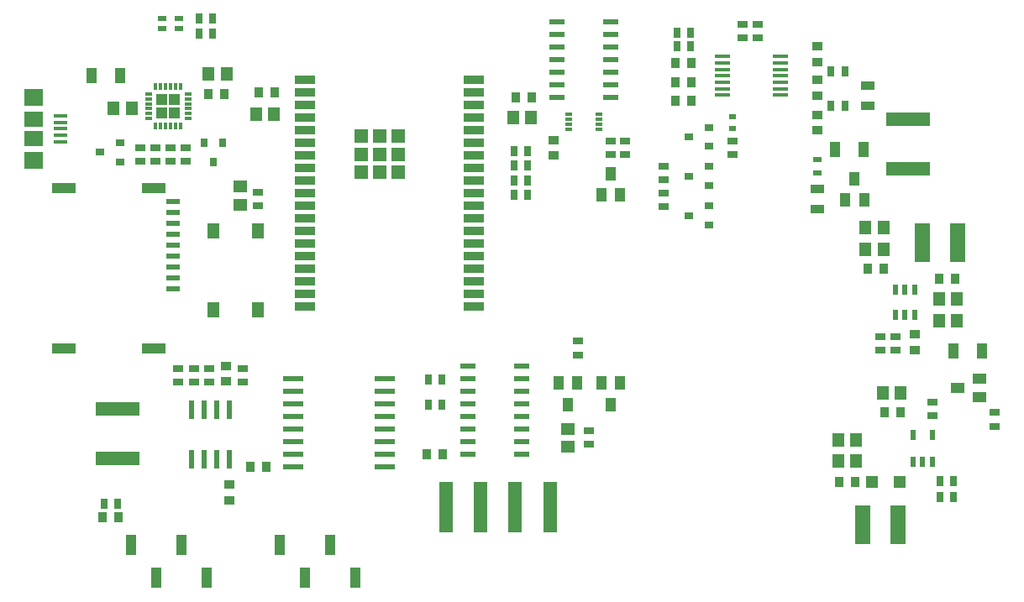
<source format=gbr>
G04 #@! TF.GenerationSoftware,KiCad,Pcbnew,(6.0.0-rc1-255-gd64ae52042)*
G04 #@! TF.CreationDate,2021-12-16T13:03:02+13:00*
G04 #@! TF.ProjectId,main_board,6d61696e-5f62-46f6-9172-642e6b696361,rev?*
G04 #@! TF.SameCoordinates,Original*
G04 #@! TF.FileFunction,Paste,Top*
G04 #@! TF.FilePolarity,Positive*
%FSLAX46Y46*%
G04 Gerber Fmt 4.6, Leading zero omitted, Abs format (unit mm)*
G04 Created by KiCad (PCBNEW (6.0.0-rc1-255-gd64ae52042)) date 2021-12-16 13:03:02*
%MOMM*%
%LPD*%
G01*
G04 APERTURE LIST*
%ADD10C,0.000000*%
%ADD11R,4.500000X1.400000*%
%ADD12R,1.150000X1.450000*%
%ADD13R,0.990000X0.720000*%
%ADD14R,1.000000X1.500000*%
%ADD15R,0.950000X1.000000*%
%ADD16R,0.720000X0.990000*%
%ADD17R,0.900000X0.800000*%
%ADD18R,1.550000X0.600000*%
%ADD19R,1.500000X0.450000*%
%ADD20R,1.000000X1.400000*%
%ADD21R,0.800000X0.900000*%
%ADD22R,1.450000X1.150000*%
%ADD23R,1.200000X1.200000*%
%ADD24R,0.900000X0.500000*%
%ADD25R,0.570000X1.970000*%
%ADD26R,1.000000X2.000000*%
%ADD27R,1.000000X0.950000*%
%ADD28R,0.750000X0.300000*%
%ADD29R,0.300000X0.750000*%
%ADD30R,0.600000X1.100000*%
%ADD31R,1.500000X4.000000*%
%ADD32R,0.800000X0.300000*%
%ADD33R,1.400000X1.000000*%
%ADD34R,1.400000X0.620000*%
%ADD35R,2.400000X1.100000*%
%ADD36R,1.450000X0.950000*%
%ADD37R,1.300000X1.550000*%
%ADD38R,2.000000X0.600000*%
%ADD39R,1.400000X5.100000*%
%ADD40R,1.330000X1.330000*%
%ADD41R,2.000000X0.900000*%
%ADD42R,0.700000X0.600000*%
%ADD43R,1.350000X0.400000*%
%ADD44R,1.900000X1.500000*%
%ADD45R,1.900000X1.800000*%
%ADD46R,0.850900X0.508000*%
G04 APERTURE END LIST*
D10*
G36*
X103389185Y-64526653D02*
G01*
X102289187Y-64526653D01*
X102289187Y-63426651D01*
X103389185Y-63426651D01*
X103389185Y-64526653D01*
G37*
G36*
X103389202Y-65826597D02*
G01*
X102289201Y-65826597D01*
X102289201Y-64726597D01*
X103389202Y-64726597D01*
X103389202Y-65826597D01*
G37*
G36*
X102089200Y-64526600D02*
G01*
X100989200Y-64526600D01*
X100989200Y-63426600D01*
X102089200Y-63426600D01*
X102089200Y-64526600D01*
G37*
G36*
X102089202Y-65826600D02*
G01*
X100989202Y-65826600D01*
X100989202Y-64726599D01*
X102089202Y-64726599D01*
X102089202Y-65826600D01*
G37*
D11*
G04 #@! TO.C,J300*
X176762600Y-70929400D03*
X176762600Y-65929400D03*
G04 #@! TD*
G04 #@! TO.C,J400*
X97062600Y-95129400D03*
X97062600Y-100129400D03*
G04 #@! TD*
D12*
G04 #@! TO.C,C302*
X174283200Y-76896072D03*
X172483200Y-76896072D03*
G04 #@! TD*
D13*
G04 #@! TO.C,R104*
X99395200Y-68811598D03*
X99395200Y-70191600D03*
G04 #@! TD*
D14*
G04 #@! TO.C,D300*
X169359249Y-69027599D03*
X172259248Y-69027599D03*
G04 #@! TD*
D15*
G04 #@! TO.C,C100*
X112905551Y-63234576D03*
X111305552Y-63234576D03*
G04 #@! TD*
D13*
G04 #@! TO.C,R403*
X103179683Y-91094601D03*
X103179683Y-92474604D03*
G04 #@! TD*
G04 #@! TO.C,R501*
X144632600Y-97317807D03*
X144632600Y-98697809D03*
G04 #@! TD*
D16*
G04 #@! TO.C,R203*
X154822200Y-57210600D03*
X153442200Y-57210600D03*
G04 #@! TD*
D17*
G04 #@! TO.C,Q100*
X97347200Y-70225601D03*
X97347200Y-68325602D03*
X95347200Y-69275600D03*
G04 #@! TD*
D15*
G04 #@! TO.C,C311*
X181480200Y-82040873D03*
X179880200Y-82040873D03*
G04 #@! TD*
D13*
G04 #@! TO.C,R503*
X146778397Y-68127609D03*
X146778397Y-69507611D03*
G04 #@! TD*
G04 #@! TO.C,R301*
X173941205Y-87839675D03*
X173941205Y-89219677D03*
G04 #@! TD*
D18*
G04 #@! TO.C,U500*
X146778397Y-63706180D03*
X146778397Y-62436180D03*
X146778397Y-61166180D03*
X146778397Y-59896180D03*
X146778397Y-58626180D03*
X146778397Y-57356180D03*
X146778397Y-56086180D03*
X141378398Y-56086180D03*
X141378398Y-57356180D03*
X141378398Y-58626180D03*
X141378398Y-59896180D03*
X141378398Y-61166180D03*
X141378398Y-62436180D03*
X141378398Y-63706180D03*
G04 #@! TD*
D16*
G04 #@! TO.C,R209*
X138439200Y-73593600D03*
X137059200Y-73593600D03*
G04 #@! TD*
G04 #@! TO.C,R204*
X138439200Y-70628600D03*
X137059200Y-70628600D03*
G04 #@! TD*
D19*
G04 #@! TO.C,IC200*
X158090200Y-59608390D03*
X158090200Y-60258392D03*
X158090200Y-60908390D03*
X158090200Y-61558392D03*
X158090200Y-62208390D03*
X158090200Y-62858392D03*
X158090200Y-63508390D03*
X163890202Y-63508390D03*
X163890202Y-62858392D03*
X163890202Y-62208390D03*
X163890202Y-61558392D03*
X163890202Y-60908390D03*
X163890202Y-60258392D03*
X163890202Y-59608390D03*
G04 #@! TD*
D20*
G04 #@! TO.C,Q300*
X170426198Y-74108600D03*
X172326197Y-74108600D03*
X171376200Y-71908600D03*
G04 #@! TD*
D21*
G04 #@! TO.C,Q101*
X107711200Y-68275599D03*
X105811202Y-68275599D03*
X106761200Y-70275601D03*
G04 #@! TD*
D22*
G04 #@! TO.C,C500*
X142492264Y-98941408D03*
X142492264Y-97141407D03*
G04 #@! TD*
D23*
G04 #@! TO.C,D302*
X173132195Y-102527774D03*
X175932195Y-102527774D03*
G04 #@! TD*
D15*
G04 #@! TO.C,C305*
X174283200Y-80990872D03*
X172683202Y-80990872D03*
G04 #@! TD*
D24*
G04 #@! TO.C,D301*
X167594200Y-71363602D03*
X167594200Y-69983600D03*
G04 #@! TD*
D25*
G04 #@! TO.C,U402*
X108370681Y-95248601D03*
X107100681Y-95248601D03*
X105830681Y-95248601D03*
X104560681Y-95248601D03*
X104560681Y-100198599D03*
X105830681Y-100198599D03*
X107100681Y-100198599D03*
X108370681Y-100198599D03*
G04 #@! TD*
D12*
G04 #@! TO.C,C309*
X169743200Y-98238775D03*
X171543202Y-98238775D03*
G04 #@! TD*
D18*
G04 #@! TO.C,U401*
X137837203Y-99712801D03*
X137837203Y-98442801D03*
X137837203Y-97172801D03*
X137837203Y-95902801D03*
X137837203Y-94632801D03*
X137837203Y-93362801D03*
X137837203Y-92092801D03*
X137837203Y-90822801D03*
X132437204Y-90822801D03*
X132437204Y-92092801D03*
X132437204Y-93362801D03*
X132437204Y-94632801D03*
X132437204Y-95902801D03*
X132437204Y-97172801D03*
X132437204Y-98442801D03*
X132437204Y-99712801D03*
G04 #@! TD*
D13*
G04 #@! TO.C,R206*
X161605200Y-57743934D03*
X161605200Y-56363932D03*
G04 #@! TD*
D26*
G04 #@! TO.C,J103*
X113441400Y-108874601D03*
X115981400Y-112174600D03*
X118521400Y-108874601D03*
X121061400Y-112174600D03*
G04 #@! TD*
D13*
G04 #@! TO.C,R502*
X148228397Y-68127609D03*
X148228397Y-69507611D03*
G04 #@! TD*
D16*
G04 #@! TO.C,R207*
X138439200Y-69128597D03*
X137059200Y-69128597D03*
G04 #@! TD*
D27*
G04 #@! TO.C,C403*
X107981375Y-90788808D03*
X107981375Y-92388808D03*
G04 #@! TD*
D15*
G04 #@! TO.C,C402*
X128264606Y-99681523D03*
X129864606Y-99681523D03*
G04 #@! TD*
D16*
G04 #@! TO.C,R107*
X105309200Y-55813600D03*
X106689200Y-55813600D03*
G04 #@! TD*
D26*
G04 #@! TO.C,J104*
X106050000Y-112174198D03*
X103510000Y-108874200D03*
X100970000Y-112174198D03*
X98430000Y-108874200D03*
G04 #@! TD*
D28*
G04 #@! TO.C,U100*
X104189200Y-65876600D03*
X104189200Y-65376601D03*
X104189200Y-64876602D03*
X104189200Y-64376600D03*
X104189200Y-63876601D03*
X104189200Y-63376600D03*
D29*
X103439200Y-62626601D03*
X102939200Y-62626601D03*
X102439202Y-62626601D03*
X101939200Y-62626601D03*
X101439202Y-62626601D03*
X100939200Y-62626601D03*
D28*
X100189200Y-63376600D03*
X100189200Y-63876601D03*
X100189200Y-64376600D03*
X100189200Y-64876602D03*
X100189200Y-65376601D03*
X100189200Y-65876600D03*
D29*
X100939200Y-66626601D03*
X101439202Y-66626601D03*
X101939200Y-66626601D03*
X102439202Y-66626601D03*
X102939200Y-66626601D03*
X103439200Y-66626601D03*
G04 #@! TD*
D13*
G04 #@! TO.C,R306*
X185501200Y-96905222D03*
X185501200Y-95525220D03*
G04 #@! TD*
D30*
G04 #@! TO.C,U301*
X177289200Y-100476886D03*
X178239200Y-100476886D03*
X179189198Y-100476886D03*
X179189198Y-97776887D03*
X177289200Y-97776887D03*
G04 #@! TD*
D13*
G04 #@! TO.C,R500*
X143466862Y-88308869D03*
X143466862Y-89688871D03*
G04 #@! TD*
D31*
G04 #@! TO.C,L301*
X175787200Y-106818375D03*
X172187203Y-106818375D03*
G04 #@! TD*
D16*
G04 #@! TO.C,R401*
X128384571Y-92212755D03*
X129764573Y-92212755D03*
G04 #@! TD*
D32*
G04 #@! TO.C,U501*
X145628397Y-66968604D03*
X145628397Y-66468603D03*
X145628397Y-65968604D03*
X145628397Y-65468602D03*
X142528398Y-65468602D03*
X142528398Y-65968604D03*
X142528398Y-66468603D03*
X142528398Y-66968604D03*
G04 #@! TD*
D17*
G04 #@! TO.C,Q200*
X156659289Y-76589599D03*
X156659289Y-74689600D03*
X154659288Y-75639598D03*
G04 #@! TD*
D13*
G04 #@! TO.C,R208*
X160081200Y-57743934D03*
X160081200Y-56363932D03*
G04 #@! TD*
D33*
G04 #@! TO.C,Q301*
X183954868Y-94001883D03*
X183954868Y-92101884D03*
X181754868Y-93051882D03*
G04 #@! TD*
D27*
G04 #@! TO.C,C404*
X108370681Y-104393602D03*
X108370681Y-102793603D03*
G04 #@! TD*
D12*
G04 #@! TO.C,C105*
X98501200Y-64859599D03*
X96701200Y-64859599D03*
G04 #@! TD*
D20*
G04 #@! TO.C,Q501*
X147741601Y-92535175D03*
X145841602Y-92535175D03*
X146791600Y-94735176D03*
G04 #@! TD*
D17*
G04 #@! TO.C,Q201*
X156656200Y-72618598D03*
X156656200Y-70718599D03*
X154656200Y-71668597D03*
G04 #@! TD*
D12*
G04 #@! TO.C,C310*
X169743200Y-100437173D03*
X171543202Y-100437173D03*
G04 #@! TD*
D20*
G04 #@! TO.C,Q500*
X143442265Y-92543173D03*
X141542266Y-92543173D03*
X142492264Y-94743174D03*
G04 #@! TD*
D22*
G04 #@! TO.C,C104*
X109418197Y-74543598D03*
X109418197Y-72743597D03*
G04 #@! TD*
D12*
G04 #@! TO.C,C301*
X181680202Y-86254674D03*
X179880200Y-86254674D03*
G04 #@! TD*
D30*
G04 #@! TO.C,U300*
X177416202Y-83104673D03*
X176466202Y-83104673D03*
X175516203Y-83104673D03*
X175516203Y-85704673D03*
X176466202Y-85704673D03*
X177416202Y-85704673D03*
G04 #@! TD*
D14*
G04 #@! TO.C,D303*
X184254868Y-89324874D03*
X181354868Y-89324874D03*
G04 #@! TD*
D13*
G04 #@! TO.C,R103*
X103939200Y-68811598D03*
X103939200Y-70191600D03*
G04 #@! TD*
G04 #@! TO.C,R404*
X109682200Y-91093598D03*
X109682200Y-92473600D03*
G04 #@! TD*
G04 #@! TO.C,R300*
X175516203Y-89219677D03*
X175516203Y-87839675D03*
G04 #@! TD*
G04 #@! TO.C,R101*
X102443200Y-68811598D03*
X102443200Y-70191600D03*
G04 #@! TD*
G04 #@! TO.C,R100*
X111225202Y-74658599D03*
X111225202Y-73278597D03*
G04 #@! TD*
D15*
G04 #@! TO.C,C106*
X97198001Y-106105600D03*
X95598002Y-106105600D03*
G04 #@! TD*
D12*
G04 #@! TO.C,C501*
X138749066Y-65806778D03*
X136949064Y-65806778D03*
G04 #@! TD*
D16*
G04 #@! TO.C,R400*
X129764573Y-94710530D03*
X128384571Y-94710530D03*
G04 #@! TD*
D31*
G04 #@! TO.C,L300*
X178190200Y-78419600D03*
X181790197Y-78419600D03*
G04 #@! TD*
D34*
G04 #@! TO.C,J102*
X102692200Y-83064600D03*
X102692200Y-81964599D03*
X102692200Y-80864599D03*
X102692200Y-79764599D03*
X102692200Y-78664601D03*
X102692200Y-77564600D03*
X102692200Y-76464600D03*
X102692200Y-75364600D03*
X102692200Y-74264599D03*
D35*
X91692200Y-72884600D03*
X100692200Y-72884600D03*
X100692200Y-89034600D03*
X91692200Y-89034600D03*
G04 #@! TD*
D17*
G04 #@! TO.C,Q202*
X156656200Y-68658598D03*
X156656200Y-66758600D03*
X154656200Y-67708598D03*
G04 #@! TD*
D16*
G04 #@! TO.C,R106*
X106689200Y-57337600D03*
X105309200Y-57337600D03*
G04 #@! TD*
D14*
G04 #@! TO.C,D100*
X94447200Y-61508597D03*
X97347200Y-61508597D03*
G04 #@! TD*
D15*
G04 #@! TO.C,C200*
X154932203Y-60258392D03*
X153332204Y-60258392D03*
G04 #@! TD*
D36*
G04 #@! TO.C,R213*
X172683202Y-64577598D03*
X172683202Y-62577597D03*
G04 #@! TD*
D13*
G04 #@! TO.C,R201*
X152100200Y-73398599D03*
X152100200Y-74778601D03*
G04 #@! TD*
G04 #@! TO.C,R405*
X104789200Y-92473600D03*
X104789200Y-91093598D03*
G04 #@! TD*
D15*
G04 #@! TO.C,C202*
X153332202Y-64048597D03*
X154932200Y-64048597D03*
G04 #@! TD*
D16*
G04 #@! TO.C,R304*
X181370200Y-102391409D03*
X179990198Y-102391409D03*
G04 #@! TD*
D37*
G04 #@! TO.C,SW100*
X111225202Y-77199597D03*
X111225202Y-85149599D03*
X106725200Y-77199597D03*
X106725200Y-85149599D03*
G04 #@! TD*
D27*
G04 #@! TO.C,C503*
X141030397Y-68017607D03*
X141030397Y-69617606D03*
G04 #@! TD*
D38*
G04 #@! TO.C,U400*
X124056499Y-100984330D03*
X124056499Y-99714330D03*
X124056499Y-98444330D03*
X124056499Y-97174330D03*
X124056499Y-95904330D03*
X124056499Y-94634330D03*
X124056499Y-93364330D03*
X124056499Y-92094330D03*
X114756500Y-92094330D03*
X114756500Y-93364330D03*
X114756500Y-94634330D03*
X114756500Y-95904330D03*
X114756500Y-97174330D03*
X114756500Y-98444330D03*
X114756500Y-99714330D03*
X114756500Y-100984330D03*
G04 #@! TD*
D27*
G04 #@! TO.C,C203*
X167594200Y-67074601D03*
X167594200Y-65474602D03*
G04 #@! TD*
D16*
G04 #@! TO.C,R214*
X170385203Y-61133183D03*
X169005200Y-61133183D03*
G04 #@! TD*
D27*
G04 #@! TO.C,C205*
X167594200Y-58583389D03*
X167594200Y-60183388D03*
G04 #@! TD*
D39*
G04 #@! TO.C,J500*
X130160099Y-105021724D03*
X133660100Y-105021805D03*
X137160100Y-105021886D03*
X140660101Y-105021967D03*
G04 #@! TD*
D13*
G04 #@! TO.C,R210*
X159085200Y-69504368D03*
X159085200Y-68124365D03*
G04 #@! TD*
G04 #@! TO.C,R402*
X106360198Y-91093598D03*
X106360198Y-92473600D03*
G04 #@! TD*
G04 #@! TO.C,R102*
X100919200Y-68811598D03*
X100919200Y-70191600D03*
G04 #@! TD*
D27*
G04 #@! TO.C,C304*
X177424000Y-89201801D03*
X177424000Y-87601802D03*
G04 #@! TD*
G04 #@! TO.C,C204*
X167594200Y-61977598D03*
X167594200Y-63577598D03*
G04 #@! TD*
D12*
G04 #@! TO.C,C300*
X181680202Y-84062873D03*
X179880200Y-84062873D03*
G04 #@! TD*
D13*
G04 #@! TO.C,R303*
X179180200Y-94475217D03*
X179180200Y-95855219D03*
G04 #@! TD*
D15*
G04 #@! TO.C,C102*
X106249202Y-63374735D03*
X107849200Y-63374735D03*
G04 #@! TD*
D36*
G04 #@! TO.C,R302*
X167594200Y-72958600D03*
X167594200Y-74958601D03*
G04 #@! TD*
D40*
G04 #@! TO.C,U101*
X125339200Y-69458599D03*
X121669200Y-69458599D03*
X123504200Y-67623599D03*
X125339200Y-71293600D03*
X125339200Y-67623599D03*
X123504200Y-69458599D03*
X121669200Y-67623599D03*
X123504200Y-71293600D03*
X121669200Y-71293600D03*
D41*
X133004200Y-61958599D03*
X133004200Y-63228599D03*
X133004200Y-64498599D03*
X133004200Y-65768599D03*
X133004200Y-67038599D03*
X133004200Y-68308599D03*
X133004200Y-69578599D03*
X133004200Y-70848599D03*
X133004200Y-72118599D03*
X133004200Y-73388599D03*
X133004200Y-74658599D03*
X133004200Y-75928599D03*
X133004200Y-77198599D03*
X133004200Y-78468599D03*
X133004200Y-79738599D03*
X133004200Y-81008599D03*
X133004200Y-82278599D03*
X133004200Y-83548599D03*
X133004200Y-84818599D03*
X116004200Y-84818599D03*
X116004200Y-83548599D03*
X116004200Y-82278599D03*
X116004200Y-81008599D03*
X116004200Y-79738599D03*
X116004200Y-78468599D03*
X116004200Y-77198599D03*
X116004200Y-75928599D03*
X116004200Y-74658599D03*
X116004200Y-73388599D03*
X116004200Y-72118599D03*
X116004200Y-70848599D03*
X116004200Y-69578599D03*
X116004200Y-68308599D03*
X116004200Y-67038599D03*
X116004200Y-65768599D03*
X116004200Y-64498599D03*
X116004200Y-63228599D03*
X116004200Y-61958599D03*
G04 #@! TD*
D12*
G04 #@! TO.C,C303*
X174283200Y-79040871D03*
X172483200Y-79040871D03*
G04 #@! TD*
D16*
G04 #@! TO.C,R202*
X153442200Y-58607600D03*
X154822200Y-58607600D03*
G04 #@! TD*
D15*
G04 #@! TO.C,C502*
X138853399Y-63706180D03*
X137253400Y-63706180D03*
G04 #@! TD*
G04 #@! TO.C,C308*
X169842200Y-102524599D03*
X171442198Y-102524599D03*
G04 #@! TD*
D42*
G04 #@! TO.C,D200*
X159085200Y-65674368D03*
X159085200Y-66874365D03*
G04 #@! TD*
D12*
G04 #@! TO.C,C306*
X176012202Y-93551884D03*
X174212200Y-93551884D03*
G04 #@! TD*
D16*
G04 #@! TO.C,R205*
X138439200Y-72118599D03*
X137059200Y-72118599D03*
G04 #@! TD*
D43*
G04 #@! TO.C,J100*
X91322200Y-65609600D03*
X91322200Y-66259599D03*
X91322200Y-66909600D03*
X91322200Y-67559601D03*
X91322200Y-68209600D03*
D44*
X88647200Y-65909600D03*
D45*
X88647200Y-70109601D03*
D44*
X88647200Y-67909601D03*
D45*
X88647200Y-63709599D03*
G04 #@! TD*
D13*
G04 #@! TO.C,R200*
X152100200Y-70673601D03*
X152100200Y-72053603D03*
G04 #@! TD*
D16*
G04 #@! TO.C,R212*
X170385203Y-64583181D03*
X169005200Y-64583181D03*
G04 #@! TD*
D12*
G04 #@! TO.C,C101*
X112851404Y-65465663D03*
X111051402Y-65465663D03*
G04 #@! TD*
D15*
G04 #@! TO.C,C307*
X176016205Y-95525220D03*
X174416206Y-95525220D03*
G04 #@! TD*
G04 #@! TO.C,C201*
X153332202Y-62208390D03*
X154932200Y-62208390D03*
G04 #@! TD*
D16*
G04 #@! TO.C,R105*
X95707999Y-104683200D03*
X97088001Y-104683200D03*
G04 #@! TD*
D46*
G04 #@! TO.C,D101*
X103313150Y-55813600D03*
X101573250Y-55813600D03*
X101573250Y-56829600D03*
X103313150Y-56829600D03*
G04 #@! TD*
D15*
G04 #@! TO.C,C400*
X112109810Y-100984330D03*
X110509811Y-100984330D03*
G04 #@! TD*
D20*
G04 #@! TO.C,Q502*
X145833398Y-73599610D03*
X147733396Y-73599610D03*
X146783398Y-71399609D03*
G04 #@! TD*
D16*
G04 #@! TO.C,R305*
X179990198Y-104062409D03*
X181370200Y-104062409D03*
G04 #@! TD*
D12*
G04 #@! TO.C,C103*
X106276202Y-61381597D03*
X108076204Y-61381597D03*
G04 #@! TD*
M02*

</source>
